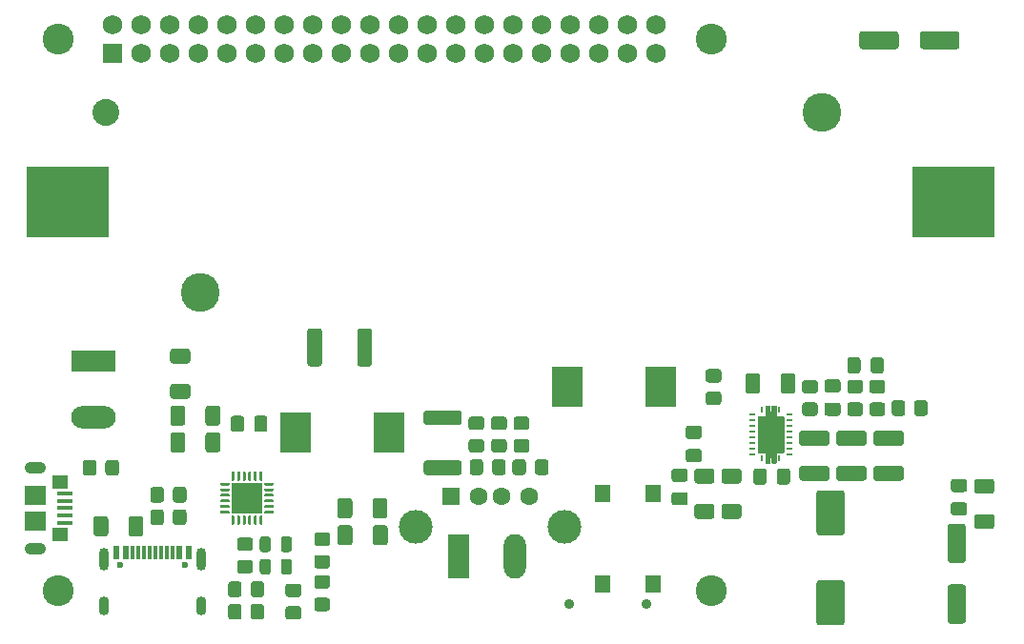
<source format=gts>
G04 #@! TF.GenerationSoftware,KiCad,Pcbnew,5.1.10-88a1d61d58~90~ubuntu20.04.1*
G04 #@! TF.CreationDate,2021-09-24T13:56:54+03:00*
G04 #@! TF.ProjectId,PiUPS,50695550-532e-46b6-9963-61645f706362,rev?*
G04 #@! TF.SameCoordinates,Original*
G04 #@! TF.FileFunction,Soldermask,Top*
G04 #@! TF.FilePolarity,Negative*
%FSLAX46Y46*%
G04 Gerber Fmt 4.6, Leading zero omitted, Abs format (unit mm)*
G04 Created by KiCad (PCBNEW 5.1.10-88a1d61d58~90~ubuntu20.04.1) date 2021-09-24 13:56:54*
%MOMM*%
%LPD*%
G01*
G04 APERTURE LIST*
%ADD10C,0.010000*%
%ADD11C,0.300000*%
%ADD12R,2.050000X3.050000*%
%ADD13R,0.600000X0.240000*%
%ADD14R,0.240000X0.600000*%
%ADD15R,2.700000X2.700000*%
%ADD16C,0.900000*%
%ADD17R,1.400000X1.600000*%
%ADD18R,2.700000X3.600000*%
%ADD19C,1.750000*%
%ADD20R,1.750000X1.750000*%
%ADD21C,2.750000*%
%ADD22O,1.980000X3.960000*%
%ADD23R,1.980000X3.960000*%
%ADD24C,1.600000*%
%ADD25R,1.600000X1.600000*%
%ADD26C,3.000000*%
%ADD27O,3.960000X1.980000*%
%ADD28R,3.960000X1.980000*%
%ADD29R,1.450000X1.150000*%
%ADD30O,1.900000X1.050000*%
%ADD31R,1.900000X1.750000*%
%ADD32R,1.400000X0.400000*%
%ADD33R,0.600000X1.160000*%
%ADD34C,0.600000*%
%ADD35R,0.300000X1.160000*%
%ADD36O,0.900000X1.700000*%
%ADD37O,0.900000X2.000000*%
%ADD38C,2.390000*%
%ADD39C,3.450000*%
%ADD40R,7.340000X6.350000*%
G04 APERTURE END LIST*
D10*
G36*
X132698000Y-104398000D02*
G01*
X132698000Y-103625000D01*
X132698208Y-103617045D01*
X132698833Y-103609112D01*
X132699871Y-103601222D01*
X132701322Y-103593397D01*
X132703179Y-103585660D01*
X132705439Y-103578029D01*
X132708096Y-103570528D01*
X132711141Y-103563176D01*
X132714567Y-103555993D01*
X132718364Y-103549000D01*
X132722522Y-103542215D01*
X132727029Y-103535657D01*
X132731874Y-103529343D01*
X132737042Y-103523292D01*
X132742520Y-103517520D01*
X132748292Y-103512042D01*
X132754343Y-103506874D01*
X132760657Y-103502029D01*
X132767215Y-103497522D01*
X132774000Y-103493364D01*
X132780993Y-103489567D01*
X132788176Y-103486141D01*
X132795528Y-103483096D01*
X132803029Y-103480439D01*
X132810660Y-103478179D01*
X132818397Y-103476322D01*
X132826222Y-103474871D01*
X132834112Y-103473833D01*
X132842045Y-103473208D01*
X132850000Y-103473000D01*
X132950000Y-103473000D01*
X132957955Y-103473208D01*
X132965888Y-103473833D01*
X132973778Y-103474871D01*
X132981603Y-103476322D01*
X132989340Y-103478179D01*
X132996971Y-103480439D01*
X133004472Y-103483096D01*
X133011824Y-103486141D01*
X133019007Y-103489567D01*
X133026000Y-103493364D01*
X133032785Y-103497522D01*
X133039343Y-103502029D01*
X133045657Y-103506874D01*
X133051708Y-103512042D01*
X133057480Y-103517520D01*
X133062958Y-103523292D01*
X133068126Y-103529343D01*
X133072971Y-103535657D01*
X133077478Y-103542215D01*
X133081636Y-103549000D01*
X133085433Y-103555993D01*
X133088859Y-103563176D01*
X133091904Y-103570528D01*
X133094561Y-103578029D01*
X133096821Y-103585660D01*
X133098678Y-103593397D01*
X133100129Y-103601222D01*
X133101167Y-103609112D01*
X133101792Y-103617045D01*
X133102000Y-103625000D01*
X133102000Y-103998000D01*
X133247000Y-103998000D01*
X133248000Y-103998000D01*
X133248000Y-103623000D01*
X133248206Y-103615150D01*
X133248822Y-103607321D01*
X133249847Y-103599535D01*
X133251278Y-103591813D01*
X133253111Y-103584177D01*
X133255342Y-103576647D01*
X133257963Y-103569245D01*
X133260968Y-103561990D01*
X133264349Y-103554901D01*
X133268096Y-103548000D01*
X133272199Y-103541304D01*
X133276647Y-103534832D01*
X133281428Y-103528602D01*
X133286528Y-103522630D01*
X133291934Y-103516934D01*
X133297630Y-103511528D01*
X133303602Y-103506428D01*
X133309832Y-103501647D01*
X133316304Y-103497199D01*
X133323000Y-103493096D01*
X133329901Y-103489349D01*
X133336990Y-103485968D01*
X133344245Y-103482963D01*
X133351647Y-103480342D01*
X133359177Y-103478111D01*
X133366813Y-103476278D01*
X133374535Y-103474847D01*
X133382321Y-103473822D01*
X133390150Y-103473206D01*
X133398000Y-103473000D01*
X133501000Y-103473000D01*
X133508903Y-103473207D01*
X133516784Y-103473827D01*
X133524622Y-103474859D01*
X133532395Y-103476300D01*
X133540082Y-103478145D01*
X133547662Y-103480390D01*
X133555114Y-103483029D01*
X133562417Y-103486055D01*
X133569553Y-103489458D01*
X133576500Y-103493230D01*
X133583240Y-103497361D01*
X133589756Y-103501838D01*
X133596027Y-103506651D01*
X133602039Y-103511785D01*
X133607773Y-103517227D01*
X133613215Y-103522961D01*
X133618349Y-103528973D01*
X133623162Y-103535244D01*
X133627639Y-103541760D01*
X133631770Y-103548500D01*
X133635542Y-103555447D01*
X133638945Y-103562583D01*
X133641971Y-103569886D01*
X133644610Y-103577338D01*
X133646855Y-103584918D01*
X133648700Y-103592605D01*
X133650141Y-103600378D01*
X133651173Y-103608216D01*
X133651793Y-103616097D01*
X133652000Y-103624000D01*
X133652000Y-104398000D01*
X134150000Y-104398000D01*
X134157955Y-104398208D01*
X134165888Y-104398833D01*
X134173778Y-104399871D01*
X134181603Y-104401322D01*
X134189340Y-104403179D01*
X134196971Y-104405439D01*
X134204472Y-104408096D01*
X134211824Y-104411141D01*
X134219007Y-104414567D01*
X134226000Y-104418364D01*
X134232785Y-104422522D01*
X134239343Y-104427029D01*
X134245657Y-104431874D01*
X134251708Y-104437042D01*
X134257480Y-104442520D01*
X134262958Y-104448292D01*
X134268126Y-104454343D01*
X134272971Y-104460657D01*
X134277478Y-104467215D01*
X134281636Y-104474000D01*
X134285433Y-104480993D01*
X134288859Y-104488176D01*
X134291904Y-104495528D01*
X134294561Y-104503029D01*
X134296821Y-104510660D01*
X134298678Y-104518397D01*
X134300129Y-104526222D01*
X134301167Y-104534112D01*
X134301792Y-104542045D01*
X134302000Y-104550000D01*
X134302000Y-107501000D01*
X134301794Y-107508850D01*
X134301178Y-107516679D01*
X134300153Y-107524465D01*
X134298722Y-107532187D01*
X134296889Y-107539823D01*
X134294658Y-107547353D01*
X134292037Y-107554755D01*
X134289032Y-107562010D01*
X134285651Y-107569099D01*
X134281904Y-107576000D01*
X134277801Y-107582696D01*
X134273353Y-107589168D01*
X134268572Y-107595398D01*
X134263472Y-107601370D01*
X134258066Y-107607066D01*
X134252370Y-107612472D01*
X134246398Y-107617572D01*
X134240168Y-107622353D01*
X134233696Y-107626801D01*
X134227000Y-107630904D01*
X134220099Y-107634651D01*
X134213010Y-107638032D01*
X134205755Y-107641037D01*
X134198353Y-107643658D01*
X134190823Y-107645889D01*
X134183187Y-107647722D01*
X134175465Y-107649153D01*
X134167679Y-107650178D01*
X134159850Y-107650794D01*
X134152000Y-107651000D01*
X133653000Y-107651000D01*
X133652948Y-107651001D01*
X133652895Y-107651005D01*
X133652844Y-107651012D01*
X133652792Y-107651022D01*
X133652741Y-107651034D01*
X133652691Y-107651049D01*
X133652642Y-107651066D01*
X133652593Y-107651086D01*
X133652546Y-107651109D01*
X133652500Y-107651134D01*
X133652455Y-107651161D01*
X133652412Y-107651191D01*
X133652371Y-107651223D01*
X133652331Y-107651257D01*
X133652293Y-107651293D01*
X133652257Y-107651331D01*
X133652223Y-107651371D01*
X133652191Y-107651412D01*
X133652161Y-107651455D01*
X133652134Y-107651500D01*
X133652109Y-107651546D01*
X133652086Y-107651593D01*
X133652066Y-107651642D01*
X133652049Y-107651691D01*
X133652034Y-107651741D01*
X133652022Y-107651792D01*
X133652012Y-107651844D01*
X133652005Y-107651895D01*
X133652001Y-107651948D01*
X133652000Y-107652000D01*
X133652000Y-108426000D01*
X133651794Y-108433850D01*
X133651178Y-108441679D01*
X133650153Y-108449465D01*
X133648722Y-108457187D01*
X133646889Y-108464823D01*
X133644658Y-108472353D01*
X133642037Y-108479755D01*
X133639032Y-108487010D01*
X133635651Y-108494099D01*
X133631904Y-108501000D01*
X133627801Y-108507696D01*
X133623353Y-108514168D01*
X133618572Y-108520398D01*
X133613472Y-108526370D01*
X133608066Y-108532066D01*
X133602370Y-108537472D01*
X133596398Y-108542572D01*
X133590168Y-108547353D01*
X133583696Y-108551801D01*
X133577000Y-108555904D01*
X133570099Y-108559651D01*
X133563010Y-108563032D01*
X133555755Y-108566037D01*
X133548353Y-108568658D01*
X133540823Y-108570889D01*
X133533187Y-108572722D01*
X133525465Y-108574153D01*
X133517679Y-108575178D01*
X133509850Y-108575794D01*
X133502000Y-108576000D01*
X133397000Y-108576000D01*
X133389202Y-108575796D01*
X133381425Y-108575184D01*
X133373691Y-108574166D01*
X133366021Y-108572744D01*
X133358436Y-108570923D01*
X133350956Y-108568707D01*
X133343603Y-108566103D01*
X133336396Y-108563118D01*
X133329355Y-108559760D01*
X133322500Y-108556038D01*
X133315849Y-108551962D01*
X133309420Y-108547544D01*
X133303231Y-108542795D01*
X133297300Y-108537729D01*
X133291641Y-108532359D01*
X133286271Y-108526700D01*
X133281205Y-108520769D01*
X133276456Y-108514580D01*
X133272038Y-108508151D01*
X133267962Y-108501500D01*
X133264240Y-108494645D01*
X133260882Y-108487604D01*
X133257897Y-108480397D01*
X133255293Y-108473044D01*
X133253077Y-108465564D01*
X133251256Y-108457979D01*
X133249834Y-108450309D01*
X133248816Y-108442575D01*
X133248204Y-108434798D01*
X133248000Y-108427000D01*
X133248000Y-108052000D01*
X133103000Y-108052000D01*
X133102948Y-108052001D01*
X133102895Y-108052005D01*
X133102844Y-108052012D01*
X133102792Y-108052022D01*
X133102741Y-108052034D01*
X133102691Y-108052049D01*
X133102642Y-108052066D01*
X133102593Y-108052086D01*
X133102546Y-108052109D01*
X133102500Y-108052134D01*
X133102455Y-108052161D01*
X133102412Y-108052191D01*
X133102371Y-108052223D01*
X133102331Y-108052257D01*
X133102293Y-108052293D01*
X133102257Y-108052331D01*
X133102223Y-108052371D01*
X133102191Y-108052412D01*
X133102161Y-108052455D01*
X133102134Y-108052500D01*
X133102109Y-108052546D01*
X133102086Y-108052593D01*
X133102066Y-108052642D01*
X133102049Y-108052691D01*
X133102034Y-108052741D01*
X133102022Y-108052792D01*
X133102012Y-108052844D01*
X133102005Y-108052895D01*
X133102001Y-108052948D01*
X133102000Y-108053000D01*
X133102000Y-108426000D01*
X133101794Y-108433850D01*
X133101178Y-108441679D01*
X133100153Y-108449465D01*
X133098722Y-108457187D01*
X133096889Y-108464823D01*
X133094658Y-108472353D01*
X133092037Y-108479755D01*
X133089032Y-108487010D01*
X133085651Y-108494099D01*
X133081904Y-108501000D01*
X133077801Y-108507696D01*
X133073353Y-108514168D01*
X133068572Y-108520398D01*
X133063472Y-108526370D01*
X133058066Y-108532066D01*
X133052370Y-108537472D01*
X133046398Y-108542572D01*
X133040168Y-108547353D01*
X133033696Y-108551801D01*
X133027000Y-108555904D01*
X133020099Y-108559651D01*
X133013010Y-108563032D01*
X133005755Y-108566037D01*
X132998353Y-108568658D01*
X132990823Y-108570889D01*
X132983187Y-108572722D01*
X132975465Y-108574153D01*
X132967679Y-108575178D01*
X132959850Y-108575794D01*
X132952000Y-108576000D01*
X132846000Y-108576000D01*
X132838254Y-108575797D01*
X132830530Y-108575189D01*
X132822848Y-108574178D01*
X132815229Y-108572766D01*
X132807695Y-108570957D01*
X132800265Y-108568756D01*
X132792962Y-108566170D01*
X132785803Y-108563205D01*
X132778809Y-108559869D01*
X132772000Y-108556172D01*
X132765393Y-108552123D01*
X132759008Y-108547735D01*
X132752861Y-108543018D01*
X132746969Y-108537985D01*
X132741348Y-108532652D01*
X132736015Y-108527031D01*
X132730982Y-108521139D01*
X132726265Y-108514992D01*
X132721877Y-108508607D01*
X132717828Y-108502000D01*
X132714131Y-108495191D01*
X132710795Y-108488197D01*
X132707830Y-108481038D01*
X132705244Y-108473735D01*
X132703043Y-108466305D01*
X132701234Y-108458771D01*
X132699822Y-108451152D01*
X132698811Y-108443470D01*
X132698203Y-108435746D01*
X132698000Y-108428000D01*
X132698000Y-107652000D01*
X132200000Y-107652000D01*
X132192045Y-107651792D01*
X132184112Y-107651167D01*
X132176222Y-107650129D01*
X132168397Y-107648678D01*
X132160660Y-107646821D01*
X132153029Y-107644561D01*
X132145528Y-107641904D01*
X132138176Y-107638859D01*
X132130993Y-107635433D01*
X132124000Y-107631636D01*
X132117215Y-107627478D01*
X132110657Y-107622971D01*
X132104343Y-107618126D01*
X132098292Y-107612958D01*
X132092520Y-107607480D01*
X132087042Y-107601708D01*
X132081874Y-107595657D01*
X132077029Y-107589343D01*
X132072522Y-107582785D01*
X132068364Y-107576000D01*
X132064567Y-107569007D01*
X132061141Y-107561824D01*
X132058096Y-107554472D01*
X132055439Y-107546971D01*
X132053179Y-107539340D01*
X132051322Y-107531603D01*
X132049871Y-107523778D01*
X132048833Y-107515888D01*
X132048208Y-107507955D01*
X132048000Y-107500000D01*
X132048000Y-104551000D01*
X132048208Y-104543045D01*
X132048833Y-104535112D01*
X132049871Y-104527222D01*
X132051322Y-104519397D01*
X132053179Y-104511660D01*
X132055439Y-104504029D01*
X132058096Y-104496528D01*
X132061141Y-104489176D01*
X132064567Y-104481993D01*
X132068364Y-104475000D01*
X132072522Y-104468215D01*
X132077029Y-104461657D01*
X132081874Y-104455343D01*
X132087042Y-104449292D01*
X132092520Y-104443520D01*
X132098292Y-104438042D01*
X132104343Y-104432874D01*
X132110657Y-104428029D01*
X132117215Y-104423522D01*
X132124000Y-104419364D01*
X132130993Y-104415567D01*
X132138176Y-104412141D01*
X132145528Y-104409096D01*
X132153029Y-104406439D01*
X132160660Y-104404179D01*
X132168397Y-104402322D01*
X132176222Y-104400871D01*
X132184112Y-104399833D01*
X132192045Y-104399208D01*
X132200000Y-104399000D01*
X132697000Y-104399000D01*
X132697052Y-104398999D01*
X132697105Y-104398995D01*
X132697156Y-104398988D01*
X132697208Y-104398978D01*
X132697259Y-104398966D01*
X132697309Y-104398951D01*
X132697358Y-104398934D01*
X132697407Y-104398914D01*
X132697454Y-104398891D01*
X132697500Y-104398866D01*
X132697545Y-104398839D01*
X132697588Y-104398809D01*
X132697629Y-104398777D01*
X132697669Y-104398743D01*
X132697707Y-104398707D01*
X132697743Y-104398669D01*
X132697777Y-104398629D01*
X132697809Y-104398588D01*
X132697839Y-104398545D01*
X132697866Y-104398500D01*
X132697891Y-104398454D01*
X132697914Y-104398407D01*
X132697934Y-104398358D01*
X132697951Y-104398309D01*
X132697966Y-104398259D01*
X132697978Y-104398208D01*
X132697988Y-104398156D01*
X132697995Y-104398105D01*
X132697999Y-104398052D01*
X132698000Y-104398000D01*
G37*
X132698000Y-104398000D02*
X132698000Y-103625000D01*
X132698208Y-103617045D01*
X132698833Y-103609112D01*
X132699871Y-103601222D01*
X132701322Y-103593397D01*
X132703179Y-103585660D01*
X132705439Y-103578029D01*
X132708096Y-103570528D01*
X132711141Y-103563176D01*
X132714567Y-103555993D01*
X132718364Y-103549000D01*
X132722522Y-103542215D01*
X132727029Y-103535657D01*
X132731874Y-103529343D01*
X132737042Y-103523292D01*
X132742520Y-103517520D01*
X132748292Y-103512042D01*
X132754343Y-103506874D01*
X132760657Y-103502029D01*
X132767215Y-103497522D01*
X132774000Y-103493364D01*
X132780993Y-103489567D01*
X132788176Y-103486141D01*
X132795528Y-103483096D01*
X132803029Y-103480439D01*
X132810660Y-103478179D01*
X132818397Y-103476322D01*
X132826222Y-103474871D01*
X132834112Y-103473833D01*
X132842045Y-103473208D01*
X132850000Y-103473000D01*
X132950000Y-103473000D01*
X132957955Y-103473208D01*
X132965888Y-103473833D01*
X132973778Y-103474871D01*
X132981603Y-103476322D01*
X132989340Y-103478179D01*
X132996971Y-103480439D01*
X133004472Y-103483096D01*
X133011824Y-103486141D01*
X133019007Y-103489567D01*
X133026000Y-103493364D01*
X133032785Y-103497522D01*
X133039343Y-103502029D01*
X133045657Y-103506874D01*
X133051708Y-103512042D01*
X133057480Y-103517520D01*
X133062958Y-103523292D01*
X133068126Y-103529343D01*
X133072971Y-103535657D01*
X133077478Y-103542215D01*
X133081636Y-103549000D01*
X133085433Y-103555993D01*
X133088859Y-103563176D01*
X133091904Y-103570528D01*
X133094561Y-103578029D01*
X133096821Y-103585660D01*
X133098678Y-103593397D01*
X133100129Y-103601222D01*
X133101167Y-103609112D01*
X133101792Y-103617045D01*
X133102000Y-103625000D01*
X133102000Y-103998000D01*
X133247000Y-103998000D01*
X133248000Y-103998000D01*
X133248000Y-103623000D01*
X133248206Y-103615150D01*
X133248822Y-103607321D01*
X133249847Y-103599535D01*
X133251278Y-103591813D01*
X133253111Y-103584177D01*
X133255342Y-103576647D01*
X133257963Y-103569245D01*
X133260968Y-103561990D01*
X133264349Y-103554901D01*
X133268096Y-103548000D01*
X133272199Y-103541304D01*
X133276647Y-103534832D01*
X133281428Y-103528602D01*
X133286528Y-103522630D01*
X133291934Y-103516934D01*
X133297630Y-103511528D01*
X133303602Y-103506428D01*
X133309832Y-103501647D01*
X133316304Y-103497199D01*
X133323000Y-103493096D01*
X133329901Y-103489349D01*
X133336990Y-103485968D01*
X133344245Y-103482963D01*
X133351647Y-103480342D01*
X133359177Y-103478111D01*
X133366813Y-103476278D01*
X133374535Y-103474847D01*
X133382321Y-103473822D01*
X133390150Y-103473206D01*
X133398000Y-103473000D01*
X133501000Y-103473000D01*
X133508903Y-103473207D01*
X133516784Y-103473827D01*
X133524622Y-103474859D01*
X133532395Y-103476300D01*
X133540082Y-103478145D01*
X133547662Y-103480390D01*
X133555114Y-103483029D01*
X133562417Y-103486055D01*
X133569553Y-103489458D01*
X133576500Y-103493230D01*
X133583240Y-103497361D01*
X133589756Y-103501838D01*
X133596027Y-103506651D01*
X133602039Y-103511785D01*
X133607773Y-103517227D01*
X133613215Y-103522961D01*
X133618349Y-103528973D01*
X133623162Y-103535244D01*
X133627639Y-103541760D01*
X133631770Y-103548500D01*
X133635542Y-103555447D01*
X133638945Y-103562583D01*
X133641971Y-103569886D01*
X133644610Y-103577338D01*
X133646855Y-103584918D01*
X133648700Y-103592605D01*
X133650141Y-103600378D01*
X133651173Y-103608216D01*
X133651793Y-103616097D01*
X133652000Y-103624000D01*
X133652000Y-104398000D01*
X134150000Y-104398000D01*
X134157955Y-104398208D01*
X134165888Y-104398833D01*
X134173778Y-104399871D01*
X134181603Y-104401322D01*
X134189340Y-104403179D01*
X134196971Y-104405439D01*
X134204472Y-104408096D01*
X134211824Y-104411141D01*
X134219007Y-104414567D01*
X134226000Y-104418364D01*
X134232785Y-104422522D01*
X134239343Y-104427029D01*
X134245657Y-104431874D01*
X134251708Y-104437042D01*
X134257480Y-104442520D01*
X134262958Y-104448292D01*
X134268126Y-104454343D01*
X134272971Y-104460657D01*
X134277478Y-104467215D01*
X134281636Y-104474000D01*
X134285433Y-104480993D01*
X134288859Y-104488176D01*
X134291904Y-104495528D01*
X134294561Y-104503029D01*
X134296821Y-104510660D01*
X134298678Y-104518397D01*
X134300129Y-104526222D01*
X134301167Y-104534112D01*
X134301792Y-104542045D01*
X134302000Y-104550000D01*
X134302000Y-107501000D01*
X134301794Y-107508850D01*
X134301178Y-107516679D01*
X134300153Y-107524465D01*
X134298722Y-107532187D01*
X134296889Y-107539823D01*
X134294658Y-107547353D01*
X134292037Y-107554755D01*
X134289032Y-107562010D01*
X134285651Y-107569099D01*
X134281904Y-107576000D01*
X134277801Y-107582696D01*
X134273353Y-107589168D01*
X134268572Y-107595398D01*
X134263472Y-107601370D01*
X134258066Y-107607066D01*
X134252370Y-107612472D01*
X134246398Y-107617572D01*
X134240168Y-107622353D01*
X134233696Y-107626801D01*
X134227000Y-107630904D01*
X134220099Y-107634651D01*
X134213010Y-107638032D01*
X134205755Y-107641037D01*
X134198353Y-107643658D01*
X134190823Y-107645889D01*
X134183187Y-107647722D01*
X134175465Y-107649153D01*
X134167679Y-107650178D01*
X134159850Y-107650794D01*
X134152000Y-107651000D01*
X133653000Y-107651000D01*
X133652948Y-107651001D01*
X133652895Y-107651005D01*
X133652844Y-107651012D01*
X133652792Y-107651022D01*
X133652741Y-107651034D01*
X133652691Y-107651049D01*
X133652642Y-107651066D01*
X133652593Y-107651086D01*
X133652546Y-107651109D01*
X133652500Y-107651134D01*
X133652455Y-107651161D01*
X133652412Y-107651191D01*
X133652371Y-107651223D01*
X133652331Y-107651257D01*
X133652293Y-107651293D01*
X133652257Y-107651331D01*
X133652223Y-107651371D01*
X133652191Y-107651412D01*
X133652161Y-107651455D01*
X133652134Y-107651500D01*
X133652109Y-107651546D01*
X133652086Y-107651593D01*
X133652066Y-107651642D01*
X133652049Y-107651691D01*
X133652034Y-107651741D01*
X133652022Y-107651792D01*
X133652012Y-107651844D01*
X133652005Y-107651895D01*
X133652001Y-107651948D01*
X133652000Y-107652000D01*
X133652000Y-108426000D01*
X133651794Y-108433850D01*
X133651178Y-108441679D01*
X133650153Y-108449465D01*
X133648722Y-108457187D01*
X133646889Y-108464823D01*
X133644658Y-108472353D01*
X133642037Y-108479755D01*
X133639032Y-108487010D01*
X133635651Y-108494099D01*
X133631904Y-108501000D01*
X133627801Y-108507696D01*
X133623353Y-108514168D01*
X133618572Y-108520398D01*
X133613472Y-108526370D01*
X133608066Y-108532066D01*
X133602370Y-108537472D01*
X133596398Y-108542572D01*
X133590168Y-108547353D01*
X133583696Y-108551801D01*
X133577000Y-108555904D01*
X133570099Y-108559651D01*
X133563010Y-108563032D01*
X133555755Y-108566037D01*
X133548353Y-108568658D01*
X133540823Y-108570889D01*
X133533187Y-108572722D01*
X133525465Y-108574153D01*
X133517679Y-108575178D01*
X133509850Y-108575794D01*
X133502000Y-108576000D01*
X133397000Y-108576000D01*
X133389202Y-108575796D01*
X133381425Y-108575184D01*
X133373691Y-108574166D01*
X133366021Y-108572744D01*
X133358436Y-108570923D01*
X133350956Y-108568707D01*
X133343603Y-108566103D01*
X133336396Y-108563118D01*
X133329355Y-108559760D01*
X133322500Y-108556038D01*
X133315849Y-108551962D01*
X133309420Y-108547544D01*
X133303231Y-108542795D01*
X133297300Y-108537729D01*
X133291641Y-108532359D01*
X133286271Y-108526700D01*
X133281205Y-108520769D01*
X133276456Y-108514580D01*
X133272038Y-108508151D01*
X133267962Y-108501500D01*
X133264240Y-108494645D01*
X133260882Y-108487604D01*
X133257897Y-108480397D01*
X133255293Y-108473044D01*
X133253077Y-108465564D01*
X133251256Y-108457979D01*
X133249834Y-108450309D01*
X133248816Y-108442575D01*
X133248204Y-108434798D01*
X133248000Y-108427000D01*
X133248000Y-108052000D01*
X133103000Y-108052000D01*
X133102948Y-108052001D01*
X133102895Y-108052005D01*
X133102844Y-108052012D01*
X133102792Y-108052022D01*
X133102741Y-108052034D01*
X133102691Y-108052049D01*
X133102642Y-108052066D01*
X133102593Y-108052086D01*
X133102546Y-108052109D01*
X133102500Y-108052134D01*
X133102455Y-108052161D01*
X133102412Y-108052191D01*
X133102371Y-108052223D01*
X133102331Y-108052257D01*
X133102293Y-108052293D01*
X133102257Y-108052331D01*
X133102223Y-108052371D01*
X133102191Y-108052412D01*
X133102161Y-108052455D01*
X133102134Y-108052500D01*
X133102109Y-108052546D01*
X133102086Y-108052593D01*
X133102066Y-108052642D01*
X133102049Y-108052691D01*
X133102034Y-108052741D01*
X133102022Y-108052792D01*
X133102012Y-108052844D01*
X133102005Y-108052895D01*
X133102001Y-108052948D01*
X133102000Y-108053000D01*
X133102000Y-108426000D01*
X133101794Y-108433850D01*
X133101178Y-108441679D01*
X133100153Y-108449465D01*
X133098722Y-108457187D01*
X133096889Y-108464823D01*
X133094658Y-108472353D01*
X133092037Y-108479755D01*
X133089032Y-108487010D01*
X133085651Y-108494099D01*
X133081904Y-108501000D01*
X133077801Y-108507696D01*
X133073353Y-108514168D01*
X133068572Y-108520398D01*
X133063472Y-108526370D01*
X133058066Y-108532066D01*
X133052370Y-108537472D01*
X133046398Y-108542572D01*
X133040168Y-108547353D01*
X133033696Y-108551801D01*
X133027000Y-108555904D01*
X133020099Y-108559651D01*
X133013010Y-108563032D01*
X133005755Y-108566037D01*
X132998353Y-108568658D01*
X132990823Y-108570889D01*
X132983187Y-108572722D01*
X132975465Y-108574153D01*
X132967679Y-108575178D01*
X132959850Y-108575794D01*
X132952000Y-108576000D01*
X132846000Y-108576000D01*
X132838254Y-108575797D01*
X132830530Y-108575189D01*
X132822848Y-108574178D01*
X132815229Y-108572766D01*
X132807695Y-108570957D01*
X132800265Y-108568756D01*
X132792962Y-108566170D01*
X132785803Y-108563205D01*
X132778809Y-108559869D01*
X132772000Y-108556172D01*
X132765393Y-108552123D01*
X132759008Y-108547735D01*
X132752861Y-108543018D01*
X132746969Y-108537985D01*
X132741348Y-108532652D01*
X132736015Y-108527031D01*
X132730982Y-108521139D01*
X132726265Y-108514992D01*
X132721877Y-108508607D01*
X132717828Y-108502000D01*
X132714131Y-108495191D01*
X132710795Y-108488197D01*
X132707830Y-108481038D01*
X132705244Y-108473735D01*
X132703043Y-108466305D01*
X132701234Y-108458771D01*
X132699822Y-108451152D01*
X132698811Y-108443470D01*
X132698203Y-108435746D01*
X132698000Y-108428000D01*
X132698000Y-107652000D01*
X132200000Y-107652000D01*
X132192045Y-107651792D01*
X132184112Y-107651167D01*
X132176222Y-107650129D01*
X132168397Y-107648678D01*
X132160660Y-107646821D01*
X132153029Y-107644561D01*
X132145528Y-107641904D01*
X132138176Y-107638859D01*
X132130993Y-107635433D01*
X132124000Y-107631636D01*
X132117215Y-107627478D01*
X132110657Y-107622971D01*
X132104343Y-107618126D01*
X132098292Y-107612958D01*
X132092520Y-107607480D01*
X132087042Y-107601708D01*
X132081874Y-107595657D01*
X132077029Y-107589343D01*
X132072522Y-107582785D01*
X132068364Y-107576000D01*
X132064567Y-107569007D01*
X132061141Y-107561824D01*
X132058096Y-107554472D01*
X132055439Y-107546971D01*
X132053179Y-107539340D01*
X132051322Y-107531603D01*
X132049871Y-107523778D01*
X132048833Y-107515888D01*
X132048208Y-107507955D01*
X132048000Y-107500000D01*
X132048000Y-104551000D01*
X132048208Y-104543045D01*
X132048833Y-104535112D01*
X132049871Y-104527222D01*
X132051322Y-104519397D01*
X132053179Y-104511660D01*
X132055439Y-104504029D01*
X132058096Y-104496528D01*
X132061141Y-104489176D01*
X132064567Y-104481993D01*
X132068364Y-104475000D01*
X132072522Y-104468215D01*
X132077029Y-104461657D01*
X132081874Y-104455343D01*
X132087042Y-104449292D01*
X132092520Y-104443520D01*
X132098292Y-104438042D01*
X132104343Y-104432874D01*
X132110657Y-104428029D01*
X132117215Y-104423522D01*
X132124000Y-104419364D01*
X132130993Y-104415567D01*
X132138176Y-104412141D01*
X132145528Y-104409096D01*
X132153029Y-104406439D01*
X132160660Y-104404179D01*
X132168397Y-104402322D01*
X132176222Y-104400871D01*
X132184112Y-104399833D01*
X132192045Y-104399208D01*
X132200000Y-104399000D01*
X132697000Y-104399000D01*
X132697052Y-104398999D01*
X132697105Y-104398995D01*
X132697156Y-104398988D01*
X132697208Y-104398978D01*
X132697259Y-104398966D01*
X132697309Y-104398951D01*
X132697358Y-104398934D01*
X132697407Y-104398914D01*
X132697454Y-104398891D01*
X132697500Y-104398866D01*
X132697545Y-104398839D01*
X132697588Y-104398809D01*
X132697629Y-104398777D01*
X132697669Y-104398743D01*
X132697707Y-104398707D01*
X132697743Y-104398669D01*
X132697777Y-104398629D01*
X132697809Y-104398588D01*
X132697839Y-104398545D01*
X132697866Y-104398500D01*
X132697891Y-104398454D01*
X132697914Y-104398407D01*
X132697934Y-104398358D01*
X132697951Y-104398309D01*
X132697966Y-104398259D01*
X132697978Y-104398208D01*
X132697988Y-104398156D01*
X132697995Y-104398105D01*
X132697999Y-104398052D01*
X132698000Y-104398000D01*
G36*
G01*
X146450000Y-71550000D02*
X146450000Y-70450000D01*
G75*
G02*
X146700000Y-70200000I250000J0D01*
G01*
X149700000Y-70200000D01*
G75*
G02*
X149950000Y-70450000I0J-250000D01*
G01*
X149950000Y-71550000D01*
G75*
G02*
X149700000Y-71800000I-250000J0D01*
G01*
X146700000Y-71800000D01*
G75*
G02*
X146450000Y-71550000I0J250000D01*
G01*
G37*
G36*
G01*
X141050000Y-71550000D02*
X141050000Y-70450000D01*
G75*
G02*
X141300000Y-70200000I250000J0D01*
G01*
X144300000Y-70200000D01*
G75*
G02*
X144550000Y-70450000I0J-250000D01*
G01*
X144550000Y-71550000D01*
G75*
G02*
X144300000Y-71800000I-250000J0D01*
G01*
X141300000Y-71800000D01*
G75*
G02*
X141050000Y-71550000I0J250000D01*
G01*
G37*
G36*
G01*
X139500000Y-115000000D02*
X137500000Y-115000000D01*
G75*
G02*
X137250000Y-114750000I0J250000D01*
G01*
X137250000Y-111250000D01*
G75*
G02*
X137500000Y-111000000I250000J0D01*
G01*
X139500000Y-111000000D01*
G75*
G02*
X139750000Y-111250000I0J-250000D01*
G01*
X139750000Y-114750000D01*
G75*
G02*
X139500000Y-115000000I-250000J0D01*
G01*
G37*
G36*
G01*
X139500000Y-123000000D02*
X137500000Y-123000000D01*
G75*
G02*
X137250000Y-122750000I0J250000D01*
G01*
X137250000Y-119250000D01*
G75*
G02*
X137500000Y-119000000I250000J0D01*
G01*
X139500000Y-119000000D01*
G75*
G02*
X139750000Y-119250000I0J-250000D01*
G01*
X139750000Y-122750000D01*
G75*
G02*
X139500000Y-123000000I-250000J0D01*
G01*
G37*
G36*
G01*
X150250000Y-117460000D02*
X149150000Y-117460000D01*
G75*
G02*
X148900000Y-117210000I0J250000D01*
G01*
X148900000Y-114210000D01*
G75*
G02*
X149150000Y-113960000I250000J0D01*
G01*
X150250000Y-113960000D01*
G75*
G02*
X150500000Y-114210000I0J-250000D01*
G01*
X150500000Y-117210000D01*
G75*
G02*
X150250000Y-117460000I-250000J0D01*
G01*
G37*
G36*
G01*
X150250000Y-122860000D02*
X149150000Y-122860000D01*
G75*
G02*
X148900000Y-122610000I0J250000D01*
G01*
X148900000Y-119610000D01*
G75*
G02*
X149150000Y-119360000I250000J0D01*
G01*
X150250000Y-119360000D01*
G75*
G02*
X150500000Y-119610000I0J-250000D01*
G01*
X150500000Y-122610000D01*
G75*
G02*
X150250000Y-122860000I-250000J0D01*
G01*
G37*
G36*
G01*
X144750003Y-107037500D02*
X142549997Y-107037500D01*
G75*
G02*
X142300000Y-106787503I0J249997D01*
G01*
X142300000Y-105962497D01*
G75*
G02*
X142549997Y-105712500I249997J0D01*
G01*
X144750003Y-105712500D01*
G75*
G02*
X145000000Y-105962497I0J-249997D01*
G01*
X145000000Y-106787503D01*
G75*
G02*
X144750003Y-107037500I-249997J0D01*
G01*
G37*
G36*
G01*
X144750003Y-110162500D02*
X142549997Y-110162500D01*
G75*
G02*
X142300000Y-109912503I0J249997D01*
G01*
X142300000Y-109087497D01*
G75*
G02*
X142549997Y-108837500I249997J0D01*
G01*
X144750003Y-108837500D01*
G75*
G02*
X145000000Y-109087497I0J-249997D01*
G01*
X145000000Y-109912503D01*
G75*
G02*
X144750003Y-110162500I-249997J0D01*
G01*
G37*
G36*
G01*
X141450003Y-107037500D02*
X139249997Y-107037500D01*
G75*
G02*
X139000000Y-106787503I0J249997D01*
G01*
X139000000Y-105962497D01*
G75*
G02*
X139249997Y-105712500I249997J0D01*
G01*
X141450003Y-105712500D01*
G75*
G02*
X141700000Y-105962497I0J-249997D01*
G01*
X141700000Y-106787503D01*
G75*
G02*
X141450003Y-107037500I-249997J0D01*
G01*
G37*
G36*
G01*
X141450003Y-110162500D02*
X139249997Y-110162500D01*
G75*
G02*
X139000000Y-109912503I0J249997D01*
G01*
X139000000Y-109087497D01*
G75*
G02*
X139249997Y-108837500I249997J0D01*
G01*
X141450003Y-108837500D01*
G75*
G02*
X141700000Y-109087497I0J-249997D01*
G01*
X141700000Y-109912503D01*
G75*
G02*
X141450003Y-110162500I-249997J0D01*
G01*
G37*
G36*
G01*
X138165003Y-107037500D02*
X135964997Y-107037500D01*
G75*
G02*
X135715000Y-106787503I0J249997D01*
G01*
X135715000Y-105962497D01*
G75*
G02*
X135964997Y-105712500I249997J0D01*
G01*
X138165003Y-105712500D01*
G75*
G02*
X138415000Y-105962497I0J-249997D01*
G01*
X138415000Y-106787503D01*
G75*
G02*
X138165003Y-107037500I-249997J0D01*
G01*
G37*
G36*
G01*
X138165003Y-110162500D02*
X135964997Y-110162500D01*
G75*
G02*
X135715000Y-109912503I0J249997D01*
G01*
X135715000Y-109087497D01*
G75*
G02*
X135964997Y-108837500I249997J0D01*
G01*
X138165003Y-108837500D01*
G75*
G02*
X138415000Y-109087497I0J-249997D01*
G01*
X138415000Y-109912503D01*
G75*
G02*
X138165003Y-110162500I-249997J0D01*
G01*
G37*
D11*
X133175000Y-104750000D03*
X133175000Y-107300000D03*
X133950000Y-105500000D03*
X132400000Y-105500000D03*
X133175000Y-105500000D03*
X133950000Y-106550000D03*
X132400000Y-106550000D03*
X133175000Y-106550000D03*
D12*
X133175000Y-106025000D03*
D13*
X134825000Y-104275000D03*
X134825000Y-104775000D03*
X134825000Y-105275000D03*
X134825000Y-107775000D03*
X134825000Y-107275000D03*
X134825000Y-106775000D03*
X134825000Y-106275000D03*
X134825000Y-105775000D03*
X131525000Y-104275000D03*
X131525000Y-104775000D03*
X131525000Y-105275000D03*
X131525000Y-107775000D03*
X131525000Y-107275000D03*
X131525000Y-106775000D03*
X131525000Y-106275000D03*
X131525000Y-105775000D03*
D14*
X133925000Y-108175000D03*
X132425000Y-108175000D03*
X133925000Y-103875000D03*
X132425000Y-103875000D03*
D15*
X86675000Y-111700000D03*
G36*
G01*
X85300000Y-110087500D02*
X85300000Y-109387500D01*
G75*
G02*
X85362500Y-109325000I62500J0D01*
G01*
X85487500Y-109325000D01*
G75*
G02*
X85550000Y-109387500I0J-62500D01*
G01*
X85550000Y-110087500D01*
G75*
G02*
X85487500Y-110150000I-62500J0D01*
G01*
X85362500Y-110150000D01*
G75*
G02*
X85300000Y-110087500I0J62500D01*
G01*
G37*
G36*
G01*
X85800000Y-110087500D02*
X85800000Y-109387500D01*
G75*
G02*
X85862500Y-109325000I62500J0D01*
G01*
X85987500Y-109325000D01*
G75*
G02*
X86050000Y-109387500I0J-62500D01*
G01*
X86050000Y-110087500D01*
G75*
G02*
X85987500Y-110150000I-62500J0D01*
G01*
X85862500Y-110150000D01*
G75*
G02*
X85800000Y-110087500I0J62500D01*
G01*
G37*
G36*
G01*
X86300000Y-110087500D02*
X86300000Y-109387500D01*
G75*
G02*
X86362500Y-109325000I62500J0D01*
G01*
X86487500Y-109325000D01*
G75*
G02*
X86550000Y-109387500I0J-62500D01*
G01*
X86550000Y-110087500D01*
G75*
G02*
X86487500Y-110150000I-62500J0D01*
G01*
X86362500Y-110150000D01*
G75*
G02*
X86300000Y-110087500I0J62500D01*
G01*
G37*
G36*
G01*
X86800000Y-110087500D02*
X86800000Y-109387500D01*
G75*
G02*
X86862500Y-109325000I62500J0D01*
G01*
X86987500Y-109325000D01*
G75*
G02*
X87050000Y-109387500I0J-62500D01*
G01*
X87050000Y-110087500D01*
G75*
G02*
X86987500Y-110150000I-62500J0D01*
G01*
X86862500Y-110150000D01*
G75*
G02*
X86800000Y-110087500I0J62500D01*
G01*
G37*
G36*
G01*
X87300000Y-110087500D02*
X87300000Y-109387500D01*
G75*
G02*
X87362500Y-109325000I62500J0D01*
G01*
X87487500Y-109325000D01*
G75*
G02*
X87550000Y-109387500I0J-62500D01*
G01*
X87550000Y-110087500D01*
G75*
G02*
X87487500Y-110150000I-62500J0D01*
G01*
X87362500Y-110150000D01*
G75*
G02*
X87300000Y-110087500I0J62500D01*
G01*
G37*
G36*
G01*
X87800000Y-110087500D02*
X87800000Y-109387500D01*
G75*
G02*
X87862500Y-109325000I62500J0D01*
G01*
X87987500Y-109325000D01*
G75*
G02*
X88050000Y-109387500I0J-62500D01*
G01*
X88050000Y-110087500D01*
G75*
G02*
X87987500Y-110150000I-62500J0D01*
G01*
X87862500Y-110150000D01*
G75*
G02*
X87800000Y-110087500I0J62500D01*
G01*
G37*
G36*
G01*
X88225000Y-110512500D02*
X88225000Y-110387500D01*
G75*
G02*
X88287500Y-110325000I62500J0D01*
G01*
X88987500Y-110325000D01*
G75*
G02*
X89050000Y-110387500I0J-62500D01*
G01*
X89050000Y-110512500D01*
G75*
G02*
X88987500Y-110575000I-62500J0D01*
G01*
X88287500Y-110575000D01*
G75*
G02*
X88225000Y-110512500I0J62500D01*
G01*
G37*
G36*
G01*
X88225000Y-111012500D02*
X88225000Y-110887500D01*
G75*
G02*
X88287500Y-110825000I62500J0D01*
G01*
X88987500Y-110825000D01*
G75*
G02*
X89050000Y-110887500I0J-62500D01*
G01*
X89050000Y-111012500D01*
G75*
G02*
X88987500Y-111075000I-62500J0D01*
G01*
X88287500Y-111075000D01*
G75*
G02*
X88225000Y-111012500I0J62500D01*
G01*
G37*
G36*
G01*
X88225000Y-111512500D02*
X88225000Y-111387500D01*
G75*
G02*
X88287500Y-111325000I62500J0D01*
G01*
X88987500Y-111325000D01*
G75*
G02*
X89050000Y-111387500I0J-62500D01*
G01*
X89050000Y-111512500D01*
G75*
G02*
X88987500Y-111575000I-62500J0D01*
G01*
X88287500Y-111575000D01*
G75*
G02*
X88225000Y-111512500I0J62500D01*
G01*
G37*
G36*
G01*
X88225000Y-112012500D02*
X88225000Y-111887500D01*
G75*
G02*
X88287500Y-111825000I62500J0D01*
G01*
X88987500Y-111825000D01*
G75*
G02*
X89050000Y-111887500I0J-62500D01*
G01*
X89050000Y-112012500D01*
G75*
G02*
X88987500Y-112075000I-62500J0D01*
G01*
X88287500Y-112075000D01*
G75*
G02*
X88225000Y-112012500I0J62500D01*
G01*
G37*
G36*
G01*
X88225000Y-112512500D02*
X88225000Y-112387500D01*
G75*
G02*
X88287500Y-112325000I62500J0D01*
G01*
X88987500Y-112325000D01*
G75*
G02*
X89050000Y-112387500I0J-62500D01*
G01*
X89050000Y-112512500D01*
G75*
G02*
X88987500Y-112575000I-62500J0D01*
G01*
X88287500Y-112575000D01*
G75*
G02*
X88225000Y-112512500I0J62500D01*
G01*
G37*
G36*
G01*
X88225000Y-113012500D02*
X88225000Y-112887500D01*
G75*
G02*
X88287500Y-112825000I62500J0D01*
G01*
X88987500Y-112825000D01*
G75*
G02*
X89050000Y-112887500I0J-62500D01*
G01*
X89050000Y-113012500D01*
G75*
G02*
X88987500Y-113075000I-62500J0D01*
G01*
X88287500Y-113075000D01*
G75*
G02*
X88225000Y-113012500I0J62500D01*
G01*
G37*
G36*
G01*
X87800000Y-114012500D02*
X87800000Y-113312500D01*
G75*
G02*
X87862500Y-113250000I62500J0D01*
G01*
X87987500Y-113250000D01*
G75*
G02*
X88050000Y-113312500I0J-62500D01*
G01*
X88050000Y-114012500D01*
G75*
G02*
X87987500Y-114075000I-62500J0D01*
G01*
X87862500Y-114075000D01*
G75*
G02*
X87800000Y-114012500I0J62500D01*
G01*
G37*
G36*
G01*
X87300000Y-114012500D02*
X87300000Y-113312500D01*
G75*
G02*
X87362500Y-113250000I62500J0D01*
G01*
X87487500Y-113250000D01*
G75*
G02*
X87550000Y-113312500I0J-62500D01*
G01*
X87550000Y-114012500D01*
G75*
G02*
X87487500Y-114075000I-62500J0D01*
G01*
X87362500Y-114075000D01*
G75*
G02*
X87300000Y-114012500I0J62500D01*
G01*
G37*
G36*
G01*
X86800000Y-114012500D02*
X86800000Y-113312500D01*
G75*
G02*
X86862500Y-113250000I62500J0D01*
G01*
X86987500Y-113250000D01*
G75*
G02*
X87050000Y-113312500I0J-62500D01*
G01*
X87050000Y-114012500D01*
G75*
G02*
X86987500Y-114075000I-62500J0D01*
G01*
X86862500Y-114075000D01*
G75*
G02*
X86800000Y-114012500I0J62500D01*
G01*
G37*
G36*
G01*
X86300000Y-114012500D02*
X86300000Y-113312500D01*
G75*
G02*
X86362500Y-113250000I62500J0D01*
G01*
X86487500Y-113250000D01*
G75*
G02*
X86550000Y-113312500I0J-62500D01*
G01*
X86550000Y-114012500D01*
G75*
G02*
X86487500Y-114075000I-62500J0D01*
G01*
X86362500Y-114075000D01*
G75*
G02*
X86300000Y-114012500I0J62500D01*
G01*
G37*
G36*
G01*
X85800000Y-114012500D02*
X85800000Y-113312500D01*
G75*
G02*
X85862500Y-113250000I62500J0D01*
G01*
X85987500Y-113250000D01*
G75*
G02*
X86050000Y-113312500I0J-62500D01*
G01*
X86050000Y-114012500D01*
G75*
G02*
X85987500Y-114075000I-62500J0D01*
G01*
X85862500Y-114075000D01*
G75*
G02*
X85800000Y-114012500I0J62500D01*
G01*
G37*
G36*
G01*
X85300000Y-114012500D02*
X85300000Y-113312500D01*
G75*
G02*
X85362500Y-113250000I62500J0D01*
G01*
X85487500Y-113250000D01*
G75*
G02*
X85550000Y-113312500I0J-62500D01*
G01*
X85550000Y-114012500D01*
G75*
G02*
X85487500Y-114075000I-62500J0D01*
G01*
X85362500Y-114075000D01*
G75*
G02*
X85300000Y-114012500I0J62500D01*
G01*
G37*
G36*
G01*
X84300000Y-113012500D02*
X84300000Y-112887500D01*
G75*
G02*
X84362500Y-112825000I62500J0D01*
G01*
X85062500Y-112825000D01*
G75*
G02*
X85125000Y-112887500I0J-62500D01*
G01*
X85125000Y-113012500D01*
G75*
G02*
X85062500Y-113075000I-62500J0D01*
G01*
X84362500Y-113075000D01*
G75*
G02*
X84300000Y-113012500I0J62500D01*
G01*
G37*
G36*
G01*
X84300000Y-112512500D02*
X84300000Y-112387500D01*
G75*
G02*
X84362500Y-112325000I62500J0D01*
G01*
X85062500Y-112325000D01*
G75*
G02*
X85125000Y-112387500I0J-62500D01*
G01*
X85125000Y-112512500D01*
G75*
G02*
X85062500Y-112575000I-62500J0D01*
G01*
X84362500Y-112575000D01*
G75*
G02*
X84300000Y-112512500I0J62500D01*
G01*
G37*
G36*
G01*
X84300000Y-112012500D02*
X84300000Y-111887500D01*
G75*
G02*
X84362500Y-111825000I62500J0D01*
G01*
X85062500Y-111825000D01*
G75*
G02*
X85125000Y-111887500I0J-62500D01*
G01*
X85125000Y-112012500D01*
G75*
G02*
X85062500Y-112075000I-62500J0D01*
G01*
X84362500Y-112075000D01*
G75*
G02*
X84300000Y-112012500I0J62500D01*
G01*
G37*
G36*
G01*
X84300000Y-111512500D02*
X84300000Y-111387500D01*
G75*
G02*
X84362500Y-111325000I62500J0D01*
G01*
X85062500Y-111325000D01*
G75*
G02*
X85125000Y-111387500I0J-62500D01*
G01*
X85125000Y-111512500D01*
G75*
G02*
X85062500Y-111575000I-62500J0D01*
G01*
X84362500Y-111575000D01*
G75*
G02*
X84300000Y-111512500I0J62500D01*
G01*
G37*
G36*
G01*
X84300000Y-111012500D02*
X84300000Y-110887500D01*
G75*
G02*
X84362500Y-110825000I62500J0D01*
G01*
X85062500Y-110825000D01*
G75*
G02*
X85125000Y-110887500I0J-62500D01*
G01*
X85125000Y-111012500D01*
G75*
G02*
X85062500Y-111075000I-62500J0D01*
G01*
X84362500Y-111075000D01*
G75*
G02*
X84300000Y-111012500I0J62500D01*
G01*
G37*
G36*
G01*
X84300000Y-110512500D02*
X84300000Y-110387500D01*
G75*
G02*
X84362500Y-110325000I62500J0D01*
G01*
X85062500Y-110325000D01*
G75*
G02*
X85125000Y-110387500I0J-62500D01*
G01*
X85125000Y-110512500D01*
G75*
G02*
X85062500Y-110575000I-62500J0D01*
G01*
X84362500Y-110575000D01*
G75*
G02*
X84300000Y-110512500I0J62500D01*
G01*
G37*
D16*
X115325000Y-121080000D03*
X122125000Y-121080000D03*
D17*
X118275000Y-111325000D03*
X118275000Y-119325000D03*
X122775000Y-111325000D03*
X122775000Y-119325000D03*
G36*
G01*
X107500001Y-105650000D02*
X106599999Y-105650000D01*
G75*
G02*
X106350000Y-105400001I0J249999D01*
G01*
X106350000Y-104699999D01*
G75*
G02*
X106599999Y-104450000I249999J0D01*
G01*
X107500001Y-104450000D01*
G75*
G02*
X107750000Y-104699999I0J-249999D01*
G01*
X107750000Y-105400001D01*
G75*
G02*
X107500001Y-105650000I-249999J0D01*
G01*
G37*
G36*
G01*
X107500001Y-107650000D02*
X106599999Y-107650000D01*
G75*
G02*
X106350000Y-107400001I0J249999D01*
G01*
X106350000Y-106699999D01*
G75*
G02*
X106599999Y-106450000I249999J0D01*
G01*
X107500001Y-106450000D01*
G75*
G02*
X107750000Y-106699999I0J-249999D01*
G01*
X107750000Y-107400001D01*
G75*
G02*
X107500001Y-107650000I-249999J0D01*
G01*
G37*
G36*
G01*
X108599999Y-106450000D02*
X109500001Y-106450000D01*
G75*
G02*
X109750000Y-106699999I0J-249999D01*
G01*
X109750000Y-107400001D01*
G75*
G02*
X109500001Y-107650000I-249999J0D01*
G01*
X108599999Y-107650000D01*
G75*
G02*
X108350000Y-107400001I0J249999D01*
G01*
X108350000Y-106699999D01*
G75*
G02*
X108599999Y-106450000I249999J0D01*
G01*
G37*
G36*
G01*
X108599999Y-104450000D02*
X109500001Y-104450000D01*
G75*
G02*
X109750000Y-104699999I0J-249999D01*
G01*
X109750000Y-105400001D01*
G75*
G02*
X109500001Y-105650000I-249999J0D01*
G01*
X108599999Y-105650000D01*
G75*
G02*
X108350000Y-105400001I0J249999D01*
G01*
X108350000Y-104699999D01*
G75*
G02*
X108599999Y-104450000I249999J0D01*
G01*
G37*
G36*
G01*
X110599999Y-106450000D02*
X111500001Y-106450000D01*
G75*
G02*
X111750000Y-106699999I0J-249999D01*
G01*
X111750000Y-107400001D01*
G75*
G02*
X111500001Y-107650000I-249999J0D01*
G01*
X110599999Y-107650000D01*
G75*
G02*
X110350000Y-107400001I0J249999D01*
G01*
X110350000Y-106699999D01*
G75*
G02*
X110599999Y-106450000I249999J0D01*
G01*
G37*
G36*
G01*
X110599999Y-104450000D02*
X111500001Y-104450000D01*
G75*
G02*
X111750000Y-104699999I0J-249999D01*
G01*
X111750000Y-105400001D01*
G75*
G02*
X111500001Y-105650000I-249999J0D01*
G01*
X110599999Y-105650000D01*
G75*
G02*
X110350000Y-105400001I0J249999D01*
G01*
X110350000Y-104699999D01*
G75*
G02*
X110599999Y-104450000I249999J0D01*
G01*
G37*
G36*
G01*
X112250000Y-109400001D02*
X112250000Y-108499999D01*
G75*
G02*
X112499999Y-108250000I249999J0D01*
G01*
X113200001Y-108250000D01*
G75*
G02*
X113450000Y-108499999I0J-249999D01*
G01*
X113450000Y-109400001D01*
G75*
G02*
X113200001Y-109650000I-249999J0D01*
G01*
X112499999Y-109650000D01*
G75*
G02*
X112250000Y-109400001I0J249999D01*
G01*
G37*
G36*
G01*
X110250000Y-109400001D02*
X110250000Y-108499999D01*
G75*
G02*
X110499999Y-108250000I249999J0D01*
G01*
X111200001Y-108250000D01*
G75*
G02*
X111450000Y-108499999I0J-249999D01*
G01*
X111450000Y-109400001D01*
G75*
G02*
X111200001Y-109650000I-249999J0D01*
G01*
X110499999Y-109650000D01*
G75*
G02*
X110250000Y-109400001I0J249999D01*
G01*
G37*
G36*
G01*
X107650000Y-108499999D02*
X107650000Y-109400001D01*
G75*
G02*
X107400001Y-109650000I-249999J0D01*
G01*
X106699999Y-109650000D01*
G75*
G02*
X106450000Y-109400001I0J249999D01*
G01*
X106450000Y-108499999D01*
G75*
G02*
X106699999Y-108250000I249999J0D01*
G01*
X107400001Y-108250000D01*
G75*
G02*
X107650000Y-108499999I0J-249999D01*
G01*
G37*
G36*
G01*
X109650000Y-108499999D02*
X109650000Y-109400001D01*
G75*
G02*
X109400001Y-109650000I-249999J0D01*
G01*
X108699999Y-109650000D01*
G75*
G02*
X108450000Y-109400001I0J249999D01*
G01*
X108450000Y-108499999D01*
G75*
G02*
X108699999Y-108250000I249999J0D01*
G01*
X109400001Y-108250000D01*
G75*
G02*
X109650000Y-108499999I0J-249999D01*
G01*
G37*
G36*
G01*
X140224999Y-103200000D02*
X141125001Y-103200000D01*
G75*
G02*
X141375000Y-103449999I0J-249999D01*
G01*
X141375000Y-104150001D01*
G75*
G02*
X141125001Y-104400000I-249999J0D01*
G01*
X140224999Y-104400000D01*
G75*
G02*
X139975000Y-104150001I0J249999D01*
G01*
X139975000Y-103449999D01*
G75*
G02*
X140224999Y-103200000I249999J0D01*
G01*
G37*
G36*
G01*
X140224999Y-101200000D02*
X141125001Y-101200000D01*
G75*
G02*
X141375000Y-101449999I0J-249999D01*
G01*
X141375000Y-102150001D01*
G75*
G02*
X141125001Y-102400000I-249999J0D01*
G01*
X140224999Y-102400000D01*
G75*
G02*
X139975000Y-102150001I0J249999D01*
G01*
X139975000Y-101449999D01*
G75*
G02*
X140224999Y-101200000I249999J0D01*
G01*
G37*
G36*
G01*
X136224999Y-103200000D02*
X137125001Y-103200000D01*
G75*
G02*
X137375000Y-103449999I0J-249999D01*
G01*
X137375000Y-104150001D01*
G75*
G02*
X137125001Y-104400000I-249999J0D01*
G01*
X136224999Y-104400000D01*
G75*
G02*
X135975000Y-104150001I0J249999D01*
G01*
X135975000Y-103449999D01*
G75*
G02*
X136224999Y-103200000I249999J0D01*
G01*
G37*
G36*
G01*
X136224999Y-101200000D02*
X137125001Y-101200000D01*
G75*
G02*
X137375000Y-101449999I0J-249999D01*
G01*
X137375000Y-102150001D01*
G75*
G02*
X137125001Y-102400000I-249999J0D01*
G01*
X136224999Y-102400000D01*
G75*
G02*
X135975000Y-102150001I0J249999D01*
G01*
X135975000Y-101449999D01*
G75*
G02*
X136224999Y-101200000I249999J0D01*
G01*
G37*
G36*
G01*
X145125000Y-103249999D02*
X145125000Y-104150001D01*
G75*
G02*
X144875001Y-104400000I-249999J0D01*
G01*
X144174999Y-104400000D01*
G75*
G02*
X143925000Y-104150001I0J249999D01*
G01*
X143925000Y-103249999D01*
G75*
G02*
X144174999Y-103000000I249999J0D01*
G01*
X144875001Y-103000000D01*
G75*
G02*
X145125000Y-103249999I0J-249999D01*
G01*
G37*
G36*
G01*
X147125000Y-103249999D02*
X147125000Y-104150001D01*
G75*
G02*
X146875001Y-104400000I-249999J0D01*
G01*
X146174999Y-104400000D01*
G75*
G02*
X145925000Y-104150001I0J249999D01*
G01*
X145925000Y-103249999D01*
G75*
G02*
X146174999Y-103000000I249999J0D01*
G01*
X146875001Y-103000000D01*
G75*
G02*
X147125000Y-103249999I0J-249999D01*
G01*
G37*
G36*
G01*
X143100001Y-102400000D02*
X142199999Y-102400000D01*
G75*
G02*
X141950000Y-102150001I0J249999D01*
G01*
X141950000Y-101449999D01*
G75*
G02*
X142199999Y-101200000I249999J0D01*
G01*
X143100001Y-101200000D01*
G75*
G02*
X143350000Y-101449999I0J-249999D01*
G01*
X143350000Y-102150001D01*
G75*
G02*
X143100001Y-102400000I-249999J0D01*
G01*
G37*
G36*
G01*
X143100001Y-104400000D02*
X142199999Y-104400000D01*
G75*
G02*
X141950000Y-104150001I0J249999D01*
G01*
X141950000Y-103449999D01*
G75*
G02*
X142199999Y-103200000I249999J0D01*
G01*
X143100001Y-103200000D01*
G75*
G02*
X143350000Y-103449999I0J-249999D01*
G01*
X143350000Y-104150001D01*
G75*
G02*
X143100001Y-104400000I-249999J0D01*
G01*
G37*
G36*
G01*
X128550001Y-101425000D02*
X127649999Y-101425000D01*
G75*
G02*
X127400000Y-101175001I0J249999D01*
G01*
X127400000Y-100474999D01*
G75*
G02*
X127649999Y-100225000I249999J0D01*
G01*
X128550001Y-100225000D01*
G75*
G02*
X128800000Y-100474999I0J-249999D01*
G01*
X128800000Y-101175001D01*
G75*
G02*
X128550001Y-101425000I-249999J0D01*
G01*
G37*
G36*
G01*
X128550001Y-103425000D02*
X127649999Y-103425000D01*
G75*
G02*
X127400000Y-103175001I0J249999D01*
G01*
X127400000Y-102474999D01*
G75*
G02*
X127649999Y-102225000I249999J0D01*
G01*
X128550001Y-102225000D01*
G75*
G02*
X128800000Y-102474999I0J-249999D01*
G01*
X128800000Y-103175001D01*
G75*
G02*
X128550001Y-103425000I-249999J0D01*
G01*
G37*
G36*
G01*
X86200000Y-121349999D02*
X86200000Y-122250001D01*
G75*
G02*
X85950001Y-122500000I-249999J0D01*
G01*
X85249999Y-122500000D01*
G75*
G02*
X85000000Y-122250001I0J249999D01*
G01*
X85000000Y-121349999D01*
G75*
G02*
X85249999Y-121100000I249999J0D01*
G01*
X85950001Y-121100000D01*
G75*
G02*
X86200000Y-121349999I0J-249999D01*
G01*
G37*
G36*
G01*
X88200000Y-121349999D02*
X88200000Y-122250001D01*
G75*
G02*
X87950001Y-122500000I-249999J0D01*
G01*
X87249999Y-122500000D01*
G75*
G02*
X87000000Y-122250001I0J249999D01*
G01*
X87000000Y-121349999D01*
G75*
G02*
X87249999Y-121100000I249999J0D01*
G01*
X87950001Y-121100000D01*
G75*
G02*
X88200000Y-121349999I0J-249999D01*
G01*
G37*
G36*
G01*
X86200000Y-119349999D02*
X86200000Y-120250001D01*
G75*
G02*
X85950001Y-120500000I-249999J0D01*
G01*
X85249999Y-120500000D01*
G75*
G02*
X85000000Y-120250001I0J249999D01*
G01*
X85000000Y-119349999D01*
G75*
G02*
X85249999Y-119100000I249999J0D01*
G01*
X85950001Y-119100000D01*
G75*
G02*
X86200000Y-119349999I0J-249999D01*
G01*
G37*
G36*
G01*
X88200000Y-119349999D02*
X88200000Y-120250001D01*
G75*
G02*
X87950001Y-120500000I-249999J0D01*
G01*
X87249999Y-120500000D01*
G75*
G02*
X87000000Y-120250001I0J249999D01*
G01*
X87000000Y-119349999D01*
G75*
G02*
X87249999Y-119100000I249999J0D01*
G01*
X87950001Y-119100000D01*
G75*
G02*
X88200000Y-119349999I0J-249999D01*
G01*
G37*
G36*
G01*
X93800001Y-119750000D02*
X92899999Y-119750000D01*
G75*
G02*
X92650000Y-119500001I0J249999D01*
G01*
X92650000Y-118799999D01*
G75*
G02*
X92899999Y-118550000I249999J0D01*
G01*
X93800001Y-118550000D01*
G75*
G02*
X94050000Y-118799999I0J-249999D01*
G01*
X94050000Y-119500001D01*
G75*
G02*
X93800001Y-119750000I-249999J0D01*
G01*
G37*
G36*
G01*
X93800001Y-121750000D02*
X92899999Y-121750000D01*
G75*
G02*
X92650000Y-121500001I0J249999D01*
G01*
X92650000Y-120799999D01*
G75*
G02*
X92899999Y-120550000I249999J0D01*
G01*
X93800001Y-120550000D01*
G75*
G02*
X94050000Y-120799999I0J-249999D01*
G01*
X94050000Y-121500001D01*
G75*
G02*
X93800001Y-121750000I-249999J0D01*
G01*
G37*
G36*
G01*
X93800001Y-115950000D02*
X92899999Y-115950000D01*
G75*
G02*
X92650000Y-115700001I0J249999D01*
G01*
X92650000Y-114999999D01*
G75*
G02*
X92899999Y-114750000I249999J0D01*
G01*
X93800001Y-114750000D01*
G75*
G02*
X94050000Y-114999999I0J-249999D01*
G01*
X94050000Y-115700001D01*
G75*
G02*
X93800001Y-115950000I-249999J0D01*
G01*
G37*
G36*
G01*
X93800001Y-117950000D02*
X92899999Y-117950000D01*
G75*
G02*
X92650000Y-117700001I0J249999D01*
G01*
X92650000Y-116999999D01*
G75*
G02*
X92899999Y-116750000I249999J0D01*
G01*
X93800001Y-116750000D01*
G75*
G02*
X94050000Y-116999999I0J-249999D01*
G01*
X94050000Y-117700001D01*
G75*
G02*
X93800001Y-117950000I-249999J0D01*
G01*
G37*
G36*
G01*
X91250001Y-120500000D02*
X90349999Y-120500000D01*
G75*
G02*
X90100000Y-120250001I0J249999D01*
G01*
X90100000Y-119549999D01*
G75*
G02*
X90349999Y-119300000I249999J0D01*
G01*
X91250001Y-119300000D01*
G75*
G02*
X91500000Y-119549999I0J-249999D01*
G01*
X91500000Y-120250001D01*
G75*
G02*
X91250001Y-120500000I-249999J0D01*
G01*
G37*
G36*
G01*
X91250001Y-122500000D02*
X90349999Y-122500000D01*
G75*
G02*
X90100000Y-122250001I0J249999D01*
G01*
X90100000Y-121549999D01*
G75*
G02*
X90349999Y-121300000I249999J0D01*
G01*
X91250001Y-121300000D01*
G75*
G02*
X91500000Y-121549999I0J-249999D01*
G01*
X91500000Y-122250001D01*
G75*
G02*
X91250001Y-122500000I-249999J0D01*
G01*
G37*
G36*
G01*
X86049999Y-117200000D02*
X86950001Y-117200000D01*
G75*
G02*
X87200000Y-117449999I0J-249999D01*
G01*
X87200000Y-118150001D01*
G75*
G02*
X86950001Y-118400000I-249999J0D01*
G01*
X86049999Y-118400000D01*
G75*
G02*
X85800000Y-118150001I0J249999D01*
G01*
X85800000Y-117449999D01*
G75*
G02*
X86049999Y-117200000I249999J0D01*
G01*
G37*
G36*
G01*
X86049999Y-115200000D02*
X86950001Y-115200000D01*
G75*
G02*
X87200000Y-115449999I0J-249999D01*
G01*
X87200000Y-116150001D01*
G75*
G02*
X86950001Y-116400000I-249999J0D01*
G01*
X86049999Y-116400000D01*
G75*
G02*
X85800000Y-116150001I0J249999D01*
G01*
X85800000Y-115449999D01*
G75*
G02*
X86049999Y-115200000I249999J0D01*
G01*
G37*
G36*
G01*
X80100000Y-113850001D02*
X80100000Y-112949999D01*
G75*
G02*
X80349999Y-112700000I249999J0D01*
G01*
X81050001Y-112700000D01*
G75*
G02*
X81300000Y-112949999I0J-249999D01*
G01*
X81300000Y-113850001D01*
G75*
G02*
X81050001Y-114100000I-249999J0D01*
G01*
X80349999Y-114100000D01*
G75*
G02*
X80100000Y-113850001I0J249999D01*
G01*
G37*
G36*
G01*
X78100000Y-113850001D02*
X78100000Y-112949999D01*
G75*
G02*
X78349999Y-112700000I249999J0D01*
G01*
X79050001Y-112700000D01*
G75*
G02*
X79300000Y-112949999I0J-249999D01*
G01*
X79300000Y-113850001D01*
G75*
G02*
X79050001Y-114100000I-249999J0D01*
G01*
X78349999Y-114100000D01*
G75*
G02*
X78100000Y-113850001I0J249999D01*
G01*
G37*
G36*
G01*
X80100000Y-111850001D02*
X80100000Y-110949999D01*
G75*
G02*
X80349999Y-110700000I249999J0D01*
G01*
X81050001Y-110700000D01*
G75*
G02*
X81300000Y-110949999I0J-249999D01*
G01*
X81300000Y-111850001D01*
G75*
G02*
X81050001Y-112100000I-249999J0D01*
G01*
X80349999Y-112100000D01*
G75*
G02*
X80100000Y-111850001I0J249999D01*
G01*
G37*
G36*
G01*
X78100000Y-111850001D02*
X78100000Y-110949999D01*
G75*
G02*
X78349999Y-110700000I249999J0D01*
G01*
X79050001Y-110700000D01*
G75*
G02*
X79300000Y-110949999I0J-249999D01*
G01*
X79300000Y-111850001D01*
G75*
G02*
X79050001Y-112100000I-249999J0D01*
G01*
X78349999Y-112100000D01*
G75*
G02*
X78100000Y-111850001I0J249999D01*
G01*
G37*
G36*
G01*
X73300000Y-108549999D02*
X73300000Y-109450001D01*
G75*
G02*
X73050001Y-109700000I-249999J0D01*
G01*
X72349999Y-109700000D01*
G75*
G02*
X72100000Y-109450001I0J249999D01*
G01*
X72100000Y-108549999D01*
G75*
G02*
X72349999Y-108300000I249999J0D01*
G01*
X73050001Y-108300000D01*
G75*
G02*
X73300000Y-108549999I0J-249999D01*
G01*
G37*
G36*
G01*
X75300000Y-108549999D02*
X75300000Y-109450001D01*
G75*
G02*
X75050001Y-109700000I-249999J0D01*
G01*
X74349999Y-109700000D01*
G75*
G02*
X74100000Y-109450001I0J249999D01*
G01*
X74100000Y-108549999D01*
G75*
G02*
X74349999Y-108300000I249999J0D01*
G01*
X75050001Y-108300000D01*
G75*
G02*
X75300000Y-108549999I0J-249999D01*
G01*
G37*
D18*
X115125000Y-101775000D03*
X123425000Y-101775000D03*
X99300000Y-105900000D03*
X91000000Y-105900000D03*
D19*
X107797020Y-72181220D03*
X107797020Y-69641220D03*
X110337020Y-72181220D03*
X110337020Y-69641220D03*
X102717020Y-69641220D03*
X102717020Y-72181220D03*
D20*
X74777020Y-72181220D03*
D19*
X74777020Y-69641220D03*
X77317020Y-72181220D03*
X77317020Y-69641220D03*
X79857020Y-72181220D03*
X79857020Y-69641220D03*
X82397020Y-72181220D03*
X82397020Y-69641220D03*
X84937020Y-72181220D03*
X84937020Y-69641220D03*
X87477020Y-72181220D03*
X87477020Y-69641220D03*
X90017020Y-72181220D03*
X90017020Y-69641220D03*
X92557020Y-72181220D03*
X92557020Y-69641220D03*
X95097020Y-72181220D03*
X95097020Y-69641220D03*
X97637020Y-72181220D03*
X97637020Y-69641220D03*
X100177020Y-72181220D03*
X100177020Y-69641220D03*
X105257020Y-72181220D03*
X105257020Y-69641220D03*
X112877020Y-69641220D03*
X112877020Y-72181220D03*
X115417020Y-69641220D03*
X115417020Y-72181220D03*
X117957020Y-69641220D03*
X117957020Y-72181220D03*
X120497020Y-69641220D03*
X120497020Y-72181220D03*
X123037020Y-69641220D03*
X123037020Y-72181220D03*
D21*
X69907020Y-70911220D03*
X127907020Y-70911220D03*
X69907020Y-119911220D03*
X127907020Y-119911220D03*
D22*
X110500000Y-116900000D03*
D23*
X105500000Y-116900000D03*
D24*
X111759560Y-111513660D03*
X109259560Y-111513660D03*
X107259560Y-111513660D03*
D25*
X104759560Y-111513660D03*
D26*
X101689560Y-114223660D03*
X114829560Y-114223660D03*
D27*
X73050400Y-104528620D03*
D28*
X73050400Y-99528620D03*
D29*
X70091180Y-110263180D03*
X70091180Y-114903180D03*
D30*
X67861180Y-116158180D03*
X67861180Y-109008180D03*
D31*
X67861180Y-111458180D03*
D32*
X70511180Y-112583180D03*
X70511180Y-113233180D03*
X70511180Y-113883180D03*
X70511180Y-111283180D03*
X70511180Y-111933180D03*
D31*
X67861180Y-113708180D03*
D33*
X81489880Y-116539400D03*
X80689880Y-116539400D03*
X81489880Y-116539400D03*
X80689880Y-116539400D03*
X75089880Y-116539400D03*
X75089880Y-116539400D03*
X75889880Y-116539400D03*
X75889880Y-116539400D03*
D34*
X75399880Y-117599400D03*
X81179880Y-117599400D03*
D35*
X80039880Y-116539400D03*
X79039880Y-116539400D03*
X79539880Y-116539400D03*
X77039880Y-116539400D03*
X76539880Y-116539400D03*
X78539880Y-116539400D03*
X78039880Y-116539400D03*
X77539880Y-116539400D03*
D36*
X82609880Y-121289400D03*
X73969880Y-121289400D03*
D37*
X82609880Y-117119400D03*
X73969880Y-117119400D03*
G36*
G01*
X102609999Y-108355000D02*
X105510001Y-108355000D01*
G75*
G02*
X105760000Y-108604999I0J-249999D01*
G01*
X105760000Y-109405001D01*
G75*
G02*
X105510001Y-109655000I-249999J0D01*
G01*
X102609999Y-109655000D01*
G75*
G02*
X102360000Y-109405001I0J249999D01*
G01*
X102360000Y-108604999D01*
G75*
G02*
X102609999Y-108355000I249999J0D01*
G01*
G37*
G36*
G01*
X102609999Y-103905000D02*
X105510001Y-103905000D01*
G75*
G02*
X105760000Y-104154999I0J-249999D01*
G01*
X105760000Y-104955001D01*
G75*
G02*
X105510001Y-105205000I-249999J0D01*
G01*
X102609999Y-105205000D01*
G75*
G02*
X102360000Y-104955001I0J249999D01*
G01*
X102360000Y-104154999D01*
G75*
G02*
X102609999Y-103905000I249999J0D01*
G01*
G37*
G36*
G01*
X93325000Y-96849999D02*
X93325000Y-99750001D01*
G75*
G02*
X93075001Y-100000000I-249999J0D01*
G01*
X92274999Y-100000000D01*
G75*
G02*
X92025000Y-99750001I0J249999D01*
G01*
X92025000Y-96849999D01*
G75*
G02*
X92274999Y-96600000I249999J0D01*
G01*
X93075001Y-96600000D01*
G75*
G02*
X93325000Y-96849999I0J-249999D01*
G01*
G37*
G36*
G01*
X97775000Y-96849999D02*
X97775000Y-99750001D01*
G75*
G02*
X97525001Y-100000000I-249999J0D01*
G01*
X96724999Y-100000000D01*
G75*
G02*
X96475000Y-99750001I0J249999D01*
G01*
X96475000Y-96849999D01*
G75*
G02*
X96724999Y-96600000I249999J0D01*
G01*
X97525001Y-96600000D01*
G75*
G02*
X97775000Y-96849999I0J-249999D01*
G01*
G37*
G36*
G01*
X89687500Y-116256250D02*
X89687500Y-115343750D01*
G75*
G02*
X89931250Y-115100000I243750J0D01*
G01*
X90418750Y-115100000D01*
G75*
G02*
X90662500Y-115343750I0J-243750D01*
G01*
X90662500Y-116256250D01*
G75*
G02*
X90418750Y-116500000I-243750J0D01*
G01*
X89931250Y-116500000D01*
G75*
G02*
X89687500Y-116256250I0J243750D01*
G01*
G37*
G36*
G01*
X87812500Y-116256250D02*
X87812500Y-115343750D01*
G75*
G02*
X88056250Y-115100000I243750J0D01*
G01*
X88543750Y-115100000D01*
G75*
G02*
X88787500Y-115343750I0J-243750D01*
G01*
X88787500Y-116256250D01*
G75*
G02*
X88543750Y-116500000I-243750J0D01*
G01*
X88056250Y-116500000D01*
G75*
G02*
X87812500Y-116256250I0J243750D01*
G01*
G37*
G36*
G01*
X89687500Y-118256250D02*
X89687500Y-117343750D01*
G75*
G02*
X89931250Y-117100000I243750J0D01*
G01*
X90418750Y-117100000D01*
G75*
G02*
X90662500Y-117343750I0J-243750D01*
G01*
X90662500Y-118256250D01*
G75*
G02*
X90418750Y-118500000I-243750J0D01*
G01*
X89931250Y-118500000D01*
G75*
G02*
X89687500Y-118256250I0J243750D01*
G01*
G37*
G36*
G01*
X87812500Y-118256250D02*
X87812500Y-117343750D01*
G75*
G02*
X88056250Y-117100000I243750J0D01*
G01*
X88543750Y-117100000D01*
G75*
G02*
X88787500Y-117343750I0J-243750D01*
G01*
X88787500Y-118256250D01*
G75*
G02*
X88543750Y-118500000I-243750J0D01*
G01*
X88056250Y-118500000D01*
G75*
G02*
X87812500Y-118256250I0J243750D01*
G01*
G37*
G36*
G01*
X142062500Y-100375000D02*
X142062500Y-99425000D01*
G75*
G02*
X142312500Y-99175000I250000J0D01*
G01*
X142987500Y-99175000D01*
G75*
G02*
X143237500Y-99425000I0J-250000D01*
G01*
X143237500Y-100375000D01*
G75*
G02*
X142987500Y-100625000I-250000J0D01*
G01*
X142312500Y-100625000D01*
G75*
G02*
X142062500Y-100375000I0J250000D01*
G01*
G37*
G36*
G01*
X139987500Y-100375000D02*
X139987500Y-99425000D01*
G75*
G02*
X140237500Y-99175000I250000J0D01*
G01*
X140912500Y-99175000D01*
G75*
G02*
X141162500Y-99425000I0J-250000D01*
G01*
X141162500Y-100375000D01*
G75*
G02*
X140912500Y-100625000I-250000J0D01*
G01*
X140237500Y-100625000D01*
G75*
G02*
X139987500Y-100375000I0J250000D01*
G01*
G37*
G36*
G01*
X139150000Y-102312500D02*
X138200000Y-102312500D01*
G75*
G02*
X137950000Y-102062500I0J250000D01*
G01*
X137950000Y-101387500D01*
G75*
G02*
X138200000Y-101137500I250000J0D01*
G01*
X139150000Y-101137500D01*
G75*
G02*
X139400000Y-101387500I0J-250000D01*
G01*
X139400000Y-102062500D01*
G75*
G02*
X139150000Y-102312500I-250000J0D01*
G01*
G37*
G36*
G01*
X139150000Y-104387500D02*
X138200000Y-104387500D01*
G75*
G02*
X137950000Y-104137500I0J250000D01*
G01*
X137950000Y-103462500D01*
G75*
G02*
X138200000Y-103212500I250000J0D01*
G01*
X139150000Y-103212500D01*
G75*
G02*
X139400000Y-103462500I0J-250000D01*
G01*
X139400000Y-104137500D01*
G75*
G02*
X139150000Y-104387500I-250000J0D01*
G01*
G37*
G36*
G01*
X134062500Y-102150003D02*
X134062500Y-100849997D01*
G75*
G02*
X134312497Y-100600000I249997J0D01*
G01*
X135137503Y-100600000D01*
G75*
G02*
X135387500Y-100849997I0J-249997D01*
G01*
X135387500Y-102150003D01*
G75*
G02*
X135137503Y-102400000I-249997J0D01*
G01*
X134312497Y-102400000D01*
G75*
G02*
X134062500Y-102150003I0J249997D01*
G01*
G37*
G36*
G01*
X130937500Y-102150003D02*
X130937500Y-100849997D01*
G75*
G02*
X131187497Y-100600000I249997J0D01*
G01*
X132012503Y-100600000D01*
G75*
G02*
X132262500Y-100849997I0J-249997D01*
G01*
X132262500Y-102150003D01*
G75*
G02*
X132012503Y-102400000I-249997J0D01*
G01*
X131187497Y-102400000D01*
G75*
G02*
X130937500Y-102150003I0J249997D01*
G01*
G37*
G36*
G01*
X133722500Y-110255000D02*
X133722500Y-109305000D01*
G75*
G02*
X133972500Y-109055000I250000J0D01*
G01*
X134647500Y-109055000D01*
G75*
G02*
X134897500Y-109305000I0J-250000D01*
G01*
X134897500Y-110255000D01*
G75*
G02*
X134647500Y-110505000I-250000J0D01*
G01*
X133972500Y-110505000D01*
G75*
G02*
X133722500Y-110255000I0J250000D01*
G01*
G37*
G36*
G01*
X131647500Y-110255000D02*
X131647500Y-109305000D01*
G75*
G02*
X131897500Y-109055000I250000J0D01*
G01*
X132572500Y-109055000D01*
G75*
G02*
X132822500Y-109305000I0J-250000D01*
G01*
X132822500Y-110255000D01*
G75*
G02*
X132572500Y-110505000I-250000J0D01*
G01*
X131897500Y-110505000D01*
G75*
G02*
X131647500Y-110255000I0J250000D01*
G01*
G37*
G36*
G01*
X125875000Y-107337500D02*
X126825000Y-107337500D01*
G75*
G02*
X127075000Y-107587500I0J-250000D01*
G01*
X127075000Y-108262500D01*
G75*
G02*
X126825000Y-108512500I-250000J0D01*
G01*
X125875000Y-108512500D01*
G75*
G02*
X125625000Y-108262500I0J250000D01*
G01*
X125625000Y-107587500D01*
G75*
G02*
X125875000Y-107337500I250000J0D01*
G01*
G37*
G36*
G01*
X125875000Y-105262500D02*
X126825000Y-105262500D01*
G75*
G02*
X127075000Y-105512500I0J-250000D01*
G01*
X127075000Y-106187500D01*
G75*
G02*
X126825000Y-106437500I-250000J0D01*
G01*
X125875000Y-106437500D01*
G75*
G02*
X125625000Y-106187500I0J250000D01*
G01*
X125625000Y-105512500D01*
G75*
G02*
X125875000Y-105262500I250000J0D01*
G01*
G37*
G36*
G01*
X126649997Y-112212500D02*
X127950003Y-112212500D01*
G75*
G02*
X128200000Y-112462497I0J-249997D01*
G01*
X128200000Y-113287503D01*
G75*
G02*
X127950003Y-113537500I-249997J0D01*
G01*
X126649997Y-113537500D01*
G75*
G02*
X126400000Y-113287503I0J249997D01*
G01*
X126400000Y-112462497D01*
G75*
G02*
X126649997Y-112212500I249997J0D01*
G01*
G37*
G36*
G01*
X126649997Y-109087500D02*
X127950003Y-109087500D01*
G75*
G02*
X128200000Y-109337497I0J-249997D01*
G01*
X128200000Y-110162503D01*
G75*
G02*
X127950003Y-110412500I-249997J0D01*
G01*
X126649997Y-110412500D01*
G75*
G02*
X126400000Y-110162503I0J249997D01*
G01*
X126400000Y-109337497D01*
G75*
G02*
X126649997Y-109087500I249997J0D01*
G01*
G37*
G36*
G01*
X124625000Y-111162500D02*
X125575000Y-111162500D01*
G75*
G02*
X125825000Y-111412500I0J-250000D01*
G01*
X125825000Y-112087500D01*
G75*
G02*
X125575000Y-112337500I-250000J0D01*
G01*
X124625000Y-112337500D01*
G75*
G02*
X124375000Y-112087500I0J250000D01*
G01*
X124375000Y-111412500D01*
G75*
G02*
X124625000Y-111162500I250000J0D01*
G01*
G37*
G36*
G01*
X124625000Y-109087500D02*
X125575000Y-109087500D01*
G75*
G02*
X125825000Y-109337500I0J-250000D01*
G01*
X125825000Y-110012500D01*
G75*
G02*
X125575000Y-110262500I-250000J0D01*
G01*
X124625000Y-110262500D01*
G75*
G02*
X124375000Y-110012500I0J250000D01*
G01*
X124375000Y-109337500D01*
G75*
G02*
X124625000Y-109087500I250000J0D01*
G01*
G37*
G36*
G01*
X129049997Y-112212500D02*
X130350003Y-112212500D01*
G75*
G02*
X130600000Y-112462497I0J-249997D01*
G01*
X130600000Y-113287503D01*
G75*
G02*
X130350003Y-113537500I-249997J0D01*
G01*
X129049997Y-113537500D01*
G75*
G02*
X128800000Y-113287503I0J249997D01*
G01*
X128800000Y-112462497D01*
G75*
G02*
X129049997Y-112212500I249997J0D01*
G01*
G37*
G36*
G01*
X129049997Y-109087500D02*
X130350003Y-109087500D01*
G75*
G02*
X130600000Y-109337497I0J-249997D01*
G01*
X130600000Y-110162503D01*
G75*
G02*
X130350003Y-110412500I-249997J0D01*
G01*
X129049997Y-110412500D01*
G75*
G02*
X128800000Y-110162503I0J249997D01*
G01*
X128800000Y-109337497D01*
G75*
G02*
X129049997Y-109087500I249997J0D01*
G01*
G37*
G36*
G01*
X152800003Y-111312500D02*
X151499997Y-111312500D01*
G75*
G02*
X151250000Y-111062503I0J249997D01*
G01*
X151250000Y-110237497D01*
G75*
G02*
X151499997Y-109987500I249997J0D01*
G01*
X152800003Y-109987500D01*
G75*
G02*
X153050000Y-110237497I0J-249997D01*
G01*
X153050000Y-111062503D01*
G75*
G02*
X152800003Y-111312500I-249997J0D01*
G01*
G37*
G36*
G01*
X152800003Y-114437500D02*
X151499997Y-114437500D01*
G75*
G02*
X151250000Y-114187503I0J249997D01*
G01*
X151250000Y-113362497D01*
G75*
G02*
X151499997Y-113112500I249997J0D01*
G01*
X152800003Y-113112500D01*
G75*
G02*
X153050000Y-113362497I0J-249997D01*
G01*
X153050000Y-114187503D01*
G75*
G02*
X152800003Y-114437500I-249997J0D01*
G01*
G37*
G36*
G01*
X150375000Y-111162500D02*
X149425000Y-111162500D01*
G75*
G02*
X149175000Y-110912500I0J250000D01*
G01*
X149175000Y-110237500D01*
G75*
G02*
X149425000Y-109987500I250000J0D01*
G01*
X150375000Y-109987500D01*
G75*
G02*
X150625000Y-110237500I0J-250000D01*
G01*
X150625000Y-110912500D01*
G75*
G02*
X150375000Y-111162500I-250000J0D01*
G01*
G37*
G36*
G01*
X150375000Y-113237500D02*
X149425000Y-113237500D01*
G75*
G02*
X149175000Y-112987500I0J250000D01*
G01*
X149175000Y-112312500D01*
G75*
G02*
X149425000Y-112062500I250000J0D01*
G01*
X150375000Y-112062500D01*
G75*
G02*
X150625000Y-112312500I0J-250000D01*
G01*
X150625000Y-112987500D01*
G75*
G02*
X150375000Y-113237500I-250000J0D01*
G01*
G37*
G36*
G01*
X80099997Y-101537500D02*
X81400003Y-101537500D01*
G75*
G02*
X81650000Y-101787497I0J-249997D01*
G01*
X81650000Y-102612503D01*
G75*
G02*
X81400003Y-102862500I-249997J0D01*
G01*
X80099997Y-102862500D01*
G75*
G02*
X79850000Y-102612503I0J249997D01*
G01*
X79850000Y-101787497D01*
G75*
G02*
X80099997Y-101537500I249997J0D01*
G01*
G37*
G36*
G01*
X80099997Y-98412500D02*
X81400003Y-98412500D01*
G75*
G02*
X81650000Y-98662497I0J-249997D01*
G01*
X81650000Y-99487503D01*
G75*
G02*
X81400003Y-99737500I-249997J0D01*
G01*
X80099997Y-99737500D01*
G75*
G02*
X79850000Y-99487503I0J249997D01*
G01*
X79850000Y-98662497D01*
G75*
G02*
X80099997Y-98412500I249997J0D01*
G01*
G37*
G36*
G01*
X96050000Y-114349997D02*
X96050000Y-115650003D01*
G75*
G02*
X95800003Y-115900000I-249997J0D01*
G01*
X94974997Y-115900000D01*
G75*
G02*
X94725000Y-115650003I0J249997D01*
G01*
X94725000Y-114349997D01*
G75*
G02*
X94974997Y-114100000I249997J0D01*
G01*
X95800003Y-114100000D01*
G75*
G02*
X96050000Y-114349997I0J-249997D01*
G01*
G37*
G36*
G01*
X99175000Y-114349997D02*
X99175000Y-115650003D01*
G75*
G02*
X98925003Y-115900000I-249997J0D01*
G01*
X98099997Y-115900000D01*
G75*
G02*
X97850000Y-115650003I0J249997D01*
G01*
X97850000Y-114349997D01*
G75*
G02*
X98099997Y-114100000I249997J0D01*
G01*
X98925003Y-114100000D01*
G75*
G02*
X99175000Y-114349997I0J-249997D01*
G01*
G37*
G36*
G01*
X96037500Y-111949997D02*
X96037500Y-113250003D01*
G75*
G02*
X95787503Y-113500000I-249997J0D01*
G01*
X94962497Y-113500000D01*
G75*
G02*
X94712500Y-113250003I0J249997D01*
G01*
X94712500Y-111949997D01*
G75*
G02*
X94962497Y-111700000I249997J0D01*
G01*
X95787503Y-111700000D01*
G75*
G02*
X96037500Y-111949997I0J-249997D01*
G01*
G37*
G36*
G01*
X99162500Y-111949997D02*
X99162500Y-113250003D01*
G75*
G02*
X98912503Y-113500000I-249997J0D01*
G01*
X98087497Y-113500000D01*
G75*
G02*
X97837500Y-113250003I0J249997D01*
G01*
X97837500Y-111949997D01*
G75*
G02*
X98087497Y-111700000I249997J0D01*
G01*
X98912503Y-111700000D01*
G75*
G02*
X99162500Y-111949997I0J-249997D01*
G01*
G37*
G36*
G01*
X81187500Y-103724997D02*
X81187500Y-105025003D01*
G75*
G02*
X80937503Y-105275000I-249997J0D01*
G01*
X80112497Y-105275000D01*
G75*
G02*
X79862500Y-105025003I0J249997D01*
G01*
X79862500Y-103724997D01*
G75*
G02*
X80112497Y-103475000I249997J0D01*
G01*
X80937503Y-103475000D01*
G75*
G02*
X81187500Y-103724997I0J-249997D01*
G01*
G37*
G36*
G01*
X84312500Y-103724997D02*
X84312500Y-105025003D01*
G75*
G02*
X84062503Y-105275000I-249997J0D01*
G01*
X83237497Y-105275000D01*
G75*
G02*
X82987500Y-105025003I0J249997D01*
G01*
X82987500Y-103724997D01*
G75*
G02*
X83237497Y-103475000I249997J0D01*
G01*
X84062503Y-103475000D01*
G75*
G02*
X84312500Y-103724997I0J-249997D01*
G01*
G37*
G36*
G01*
X86412500Y-104625000D02*
X86412500Y-105575000D01*
G75*
G02*
X86162500Y-105825000I-250000J0D01*
G01*
X85487500Y-105825000D01*
G75*
G02*
X85237500Y-105575000I0J250000D01*
G01*
X85237500Y-104625000D01*
G75*
G02*
X85487500Y-104375000I250000J0D01*
G01*
X86162500Y-104375000D01*
G75*
G02*
X86412500Y-104625000I0J-250000D01*
G01*
G37*
G36*
G01*
X88487500Y-104625000D02*
X88487500Y-105575000D01*
G75*
G02*
X88237500Y-105825000I-250000J0D01*
G01*
X87562500Y-105825000D01*
G75*
G02*
X87312500Y-105575000I0J250000D01*
G01*
X87312500Y-104625000D01*
G75*
G02*
X87562500Y-104375000I250000J0D01*
G01*
X88237500Y-104375000D01*
G75*
G02*
X88487500Y-104625000I0J-250000D01*
G01*
G37*
G36*
G01*
X74362500Y-113549997D02*
X74362500Y-114850003D01*
G75*
G02*
X74112503Y-115100000I-249997J0D01*
G01*
X73287497Y-115100000D01*
G75*
G02*
X73037500Y-114850003I0J249997D01*
G01*
X73037500Y-113549997D01*
G75*
G02*
X73287497Y-113300000I249997J0D01*
G01*
X74112503Y-113300000D01*
G75*
G02*
X74362500Y-113549997I0J-249997D01*
G01*
G37*
G36*
G01*
X77487500Y-113549997D02*
X77487500Y-114850003D01*
G75*
G02*
X77237503Y-115100000I-249997J0D01*
G01*
X76412497Y-115100000D01*
G75*
G02*
X76162500Y-114850003I0J249997D01*
G01*
X76162500Y-113549997D01*
G75*
G02*
X76412497Y-113300000I249997J0D01*
G01*
X77237503Y-113300000D01*
G75*
G02*
X77487500Y-113549997I0J-249997D01*
G01*
G37*
G36*
G01*
X82987500Y-107400003D02*
X82987500Y-106099997D01*
G75*
G02*
X83237497Y-105850000I249997J0D01*
G01*
X84062503Y-105850000D01*
G75*
G02*
X84312500Y-106099997I0J-249997D01*
G01*
X84312500Y-107400003D01*
G75*
G02*
X84062503Y-107650000I-249997J0D01*
G01*
X83237497Y-107650000D01*
G75*
G02*
X82987500Y-107400003I0J249997D01*
G01*
G37*
G36*
G01*
X79862500Y-107400003D02*
X79862500Y-106099997D01*
G75*
G02*
X80112497Y-105850000I249997J0D01*
G01*
X80937503Y-105850000D01*
G75*
G02*
X81187500Y-106099997I0J-249997D01*
G01*
X81187500Y-107400003D01*
G75*
G02*
X80937503Y-107650000I-249997J0D01*
G01*
X80112497Y-107650000D01*
G75*
G02*
X79862500Y-107400003I0J249997D01*
G01*
G37*
D38*
X74170000Y-77400000D03*
D39*
X82500000Y-93400000D03*
X137700000Y-77400000D03*
D40*
X149430000Y-85400000D03*
X70770000Y-85400000D03*
M02*

</source>
